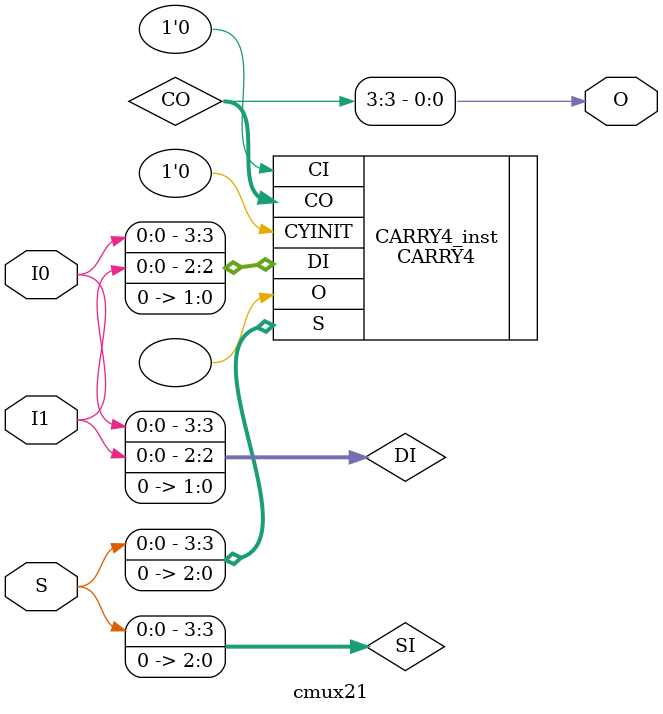
<source format=v>
`timescale 1ns / 1ps
module cmux21(
    input I0,
    input I1,
    input S,
    output O
    );
	 
	 // assuming S=0 selects DI, S=1 selects chain
	 
	 wire [3:0] DI;
	 wire [3:0] SI;
	 wire [3:0] CO;
	 
	 assign DI[3] = I0;
	 assign DI[2] = I1;
	 assign DI[1:0] = 2'b00;
	 
	 assign SI[3] = S;
	 assign SI[2] = 1'b0;
	 assign SI[1:0] = 2'b00;
	 
	 assign O = CO[3];

   CARRY4 CARRY4_inst (
      .CO(CO),         // 4-bit carry out
      .O(),            // 4-bit carry chain XOR data out
      .CI(1'b0),       // 1-bit carry cascade input
      .CYINIT(1'b0),   // 1-bit carry initialization
      .DI(DI),         // 4-bit carry-MUX data in
      .S(SI)            // 4-bit carry-MUX select input
   );


endmodule

</source>
